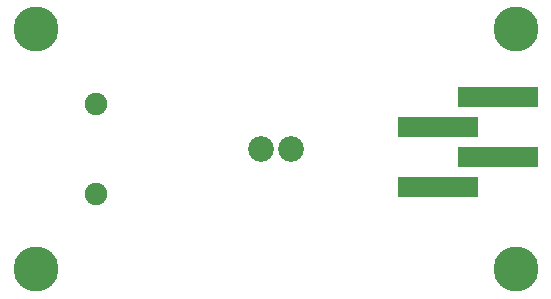
<source format=gts>
G04 (created by PCBNEW-RS274X (2011-nov-30)-testing) date Thu 03 Jan 2013 06:38:46 PM PST*
%MOIN*%
G04 Gerber Fmt 3.4, Leading zero omitted, Abs format*
%FSLAX34Y34*%
G01*
G70*
G90*
G04 APERTURE LIST*
%ADD10C,0.006*%
%ADD11C,0.15*%
%ADD12R,0.27X0.07*%
%ADD13C,0.086*%
%ADD14C,0.075*%
G04 APERTURE END LIST*
G54D10*
G54D11*
X31000Y-21000D03*
X31000Y-29000D03*
X47000Y-29000D03*
X47000Y-21000D03*
G54D12*
X44402Y-26250D03*
X46398Y-25250D03*
X44402Y-24250D03*
X46398Y-23250D03*
G54D13*
X39500Y-25000D03*
X38500Y-25000D03*
G54D14*
X33024Y-23500D03*
X33024Y-26500D03*
M02*

</source>
